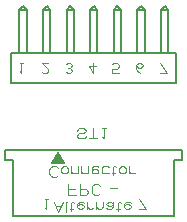
<source format=gbr>
G04 GENERATED BY PULSONIX 7.0 GERBER.DLL 4573*
%INHILLSTAR_95X60_EL_V1_0*%
%LNGERBER_SILKSCREEN_BOTTOM*%
%FSLAX33Y33*%
%IPPOS*%
%LPD*%
%OFA0B0*%
%MOMM*%
%ADD15C,0.125*%
%ADD17C,0.200*%
%ADD71C,0.127*%
%ADD78C,0.203*%
X0Y0D02*
D02*
D15*
X123750Y168641D02*
X124044Y168641D01*
X123897D02*
X123897Y167759D01*
X123750Y167906*
X125865Y157116D02*
X126159Y157116D01*
X126012D02*
X126012Y156234D01*
X125865Y156381*
X126191Y168641D02*
X125603Y168641D01*
X126118Y168127*
X126191Y167980*
X126118Y167833*
X125971Y167759*
X125750*
X125603Y167833*
X127677Y168568D02*
X127824Y168641D01*
X127971*
X128118Y168568*
X128191Y168421*
X128118Y168274*
X127971Y168200*
X127824*
X127971D02*
X128118Y168127D01*
X128191Y167980*
X128118Y167833*
X127971Y167759*
X127824*
X127677Y167833*
X126653Y156866D02*
X127021Y155984D01*
X127388Y156866*
X126800Y156499D02*
X127241Y156499D01*
X127739Y156866D02*
X127666Y156866D01*
Y155984*
X127978Y156278D02*
X128272Y156278D01*
X128125Y156131D02*
X128125Y156793D01*
X128199Y156866*
X128272*
X128346Y156793*
X129191D02*
X129118Y156866D01*
X128971*
X128824*
X128677Y156793*
X128603Y156646*
Y156425*
X128677Y156352*
X128824Y156278*
X128971*
X129118Y156352*
X129191Y156425*
Y156499*
X129118Y156572*
X128971Y156646*
X128824*
X128677Y156572*
X128603Y156499*
X129453Y156866D02*
X129453Y156278D01*
Y156499D02*
X129527Y156352D01*
X129674Y156278*
X129821*
X129968Y156352*
X130228Y156866D02*
X130228Y156278D01*
Y156499D02*
X130302Y156352D01*
X130449Y156278*
X130596*
X130743Y156352*
X130816Y156499*
Y156866*
X131078Y156352D02*
X131225Y156278D01*
X131446*
X131593Y156352*
X131666Y156499*
Y156719*
X131593Y156793*
X131446Y156866*
X131299*
X131152Y156793*
X131078Y156719*
Y156646*
X131152Y156572*
X131299Y156499*
X131446*
X131593Y156572*
X131666Y156646*
Y156719D02*
X131666Y156866D01*
X131928Y156278D02*
X132222Y156278D01*
X132075Y156131D02*
X132075Y156793D01*
X132149Y156866*
X132222*
X132296Y156793*
X133141D02*
X133068Y156866D01*
X132921*
X132774*
X132627Y156793*
X132553Y156646*
Y156425*
X132627Y156352*
X132774Y156278*
X132921*
X133068Y156352*
X133141Y156425*
Y156499*
X133068Y156572*
X132921Y156646*
X132774*
X132627Y156572*
X132553Y156499*
X127816Y158366D02*
X127816Y157484D01*
X128551*
X128404Y157925D02*
X127816Y157925D01*
X128828Y158366D02*
X128828Y157484D01*
X129343*
X129490Y157558*
X129563Y157705*
X129490Y157852*
X129343Y157925*
X128828*
X130576Y158219D02*
X130502Y158293D01*
X130355Y158366*
X130135*
X129988Y158293*
X129914Y158219*
X129841Y158072*
Y157778*
X129914Y157631*
X129988Y157558*
X130135Y157484*
X130355*
X130502Y157558*
X130576Y157631*
X131391Y158072D02*
X131979Y158072D01*
X127007Y159719D02*
X126934Y159793D01*
X126787Y159866*
X126566*
X126419Y159793*
X126345Y159719*
X126272Y159572*
Y159278*
X126345Y159131*
X126419Y159058*
X126566Y158984*
X126787*
X126934Y159058*
X127007Y159131*
X127284Y159646D02*
X127358Y159793D01*
X127505Y159866*
X127652*
X127799Y159793*
X127873Y159646*
Y159499*
X127799Y159352*
X127652Y159278*
X127505*
X127358Y159352*
X127284Y159499*
Y159646*
X128134Y159866D02*
X128134Y159278D01*
Y159499D02*
X128208Y159352D01*
X128355Y159278*
X128502*
X128649Y159352*
X128723Y159499*
Y159866*
X128984D02*
X128984Y159278D01*
Y159499D02*
X129058Y159352D01*
X129205Y159278*
X129352*
X129499Y159352*
X129573Y159499*
Y159866*
X130423Y159793D02*
X130349Y159866D01*
X130202*
X130055*
X129908Y159793*
X129834Y159646*
Y159425*
X129908Y159352*
X130055Y159278*
X130202*
X130349Y159352*
X130423Y159425*
Y159499*
X130349Y159572*
X130202Y159646*
X130055*
X129908Y159572*
X129834Y159499*
X131273Y159352D02*
X131126Y159278D01*
X130905*
X130758Y159352*
X130684Y159499*
Y159646*
X130758Y159793*
X130905Y159866*
X131126*
X131273Y159793*
X131534Y159278D02*
X131829Y159278D01*
X131681Y159131D02*
X131681Y159793D01*
X131755Y159866*
X131829*
X131902Y159793*
X132159Y159646D02*
X132233Y159793D01*
X132380Y159866*
X132527*
X132674Y159793*
X132748Y159646*
Y159499*
X132674Y159352*
X132527Y159278*
X132380*
X132233Y159352*
X132159Y159499*
Y159646*
X133009Y159866D02*
X133009Y159278D01*
Y159499D02*
X133083Y159352D01*
X133230Y159278*
X133377*
X133524Y159352*
X128591Y162896D02*
X128664Y163043D01*
X128811Y163116*
X129105*
X129252Y163043*
X129326Y162896*
X129252Y162749*
X129105Y162675*
X128811*
X128664Y162602*
X128591Y162455*
X128664Y162308*
X128811Y162234*
X129105*
X129252Y162308*
X129326Y162455*
X129971Y163116D02*
X129971Y162234D01*
X129603D02*
X130338Y162234D01*
X130763Y163116D02*
X131057Y163116D01*
X130910D02*
X130910Y162234D01*
X130763Y162381*
X129971Y168641D02*
X129971Y167759D01*
X129603Y168347*
X130191*
X131603Y168568D02*
X131750Y168641D01*
X131971*
X132118Y168568*
X132191Y168421*
Y168347*
X132118Y168200*
X131971Y168127*
X131603*
Y167759*
X132191*
X133881Y157116D02*
X134469Y156234D01*
X133881*
X133603Y168421D02*
X133677Y168274D01*
X133824Y168200*
X133971*
X134118Y168274*
X134191Y168421*
X134118Y168568*
X133971Y168641*
X133824*
X133677Y168568*
X133603Y168421*
Y168200*
X133677Y167980*
X133824Y167833*
X133971Y167759*
X135603Y168641D02*
X136191Y167759D01*
X135603*
D02*
D17*
X126528Y160146D02*
X127028Y161037D01*
X127528Y160146*
X126528*
G36*
X127028Y161037*
X127528Y160146*
X126528*
G37*
D02*
D71*
X123228Y155675D02*
Y160425D01*
X122528*
Y161236*
X122529Y161237*
X137527*
X137528Y161236*
Y160425*
X136828*
Y155675*
X123228*
X123723Y169437D02*
Y173132D01*
X124028Y173437*
X124333Y169437D02*
Y173132D01*
X124028Y173437*
X124333Y173132D02*
X123723D01*
X125723Y169437D02*
Y173132D01*
X126028Y173437*
X126333Y169437D02*
Y173132D01*
X126028Y173437*
X126333Y173132D02*
X125723D01*
X127723Y169437D02*
Y173132D01*
X128028Y173437*
X128333Y169437D02*
Y173132D01*
X128028Y173437*
X128333Y173132D02*
X127723D01*
X129723Y169437D02*
Y173132D01*
X130028Y173437*
X130333Y169437D02*
Y173132D01*
X130028Y173437*
X130333Y173132D02*
X129723D01*
X131723Y169437D02*
Y173132D01*
X132028Y173437*
X132333Y169437D02*
Y173132D01*
X132028Y173437*
X132333Y173132D02*
X131723D01*
X133723Y169437D02*
Y173132D01*
X134028Y173437*
X134333Y169437D02*
Y173132D01*
X134028Y173437*
X134333Y173132D02*
X133723D01*
X135723Y169437D02*
Y173132D01*
X136028Y173437*
X136333Y169437D02*
Y173132D01*
X136028Y173437*
X136333Y173132D02*
X135723D01*
D02*
D78*
X123028Y166937D02*
Y169437D01*
X137028*
Y166937*
X123028*
X0Y0D02*
M02*

</source>
